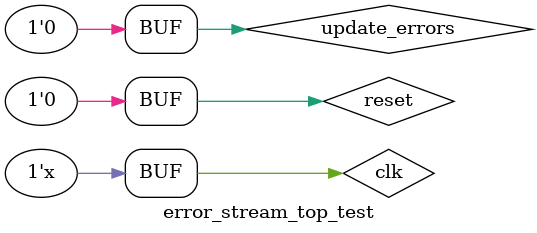
<source format=sv>
`timescale 1ns / 10ps

module error_stream_top_test;

`define assert(condition, reason) if(!(condition)) begin $display(reason); $finish(1); end

localparam BIT_WIDTH = 64;
localparam CODE_DISTANCE_X = 5;
localparam CODE_DISTANCE_Z = 4;

reg update_errors;
wire [100 - 1 : 0] measurement_values;
reg clk;
reg reset;

rand_gen_top #(.CODE_DISTANCE_X(CODE_DISTANCE_X), .CODE_DISTANCE_Z(CODE_DISTANCE_Z)) rgt(
    .next(update_errors),
    .measurement_values(measurement_values),
    .clk(clk),
    .reset(reset)
);


integer i;
always #5 clk = ~clk;

initial begin
    clk = 1'b1;
    reset = 1'b1;
    update_errors = 0;
    #107;
    reset = 1'b0;
end

always begin
    #500;
    update_errors = 1;
    #10;
    update_errors = 0;
end

// Output verification logic
always @(posedge clk) begin
    if(update_errors) begin
        $display("%h" , measurement_values);
    end
end

endmodule
</source>
